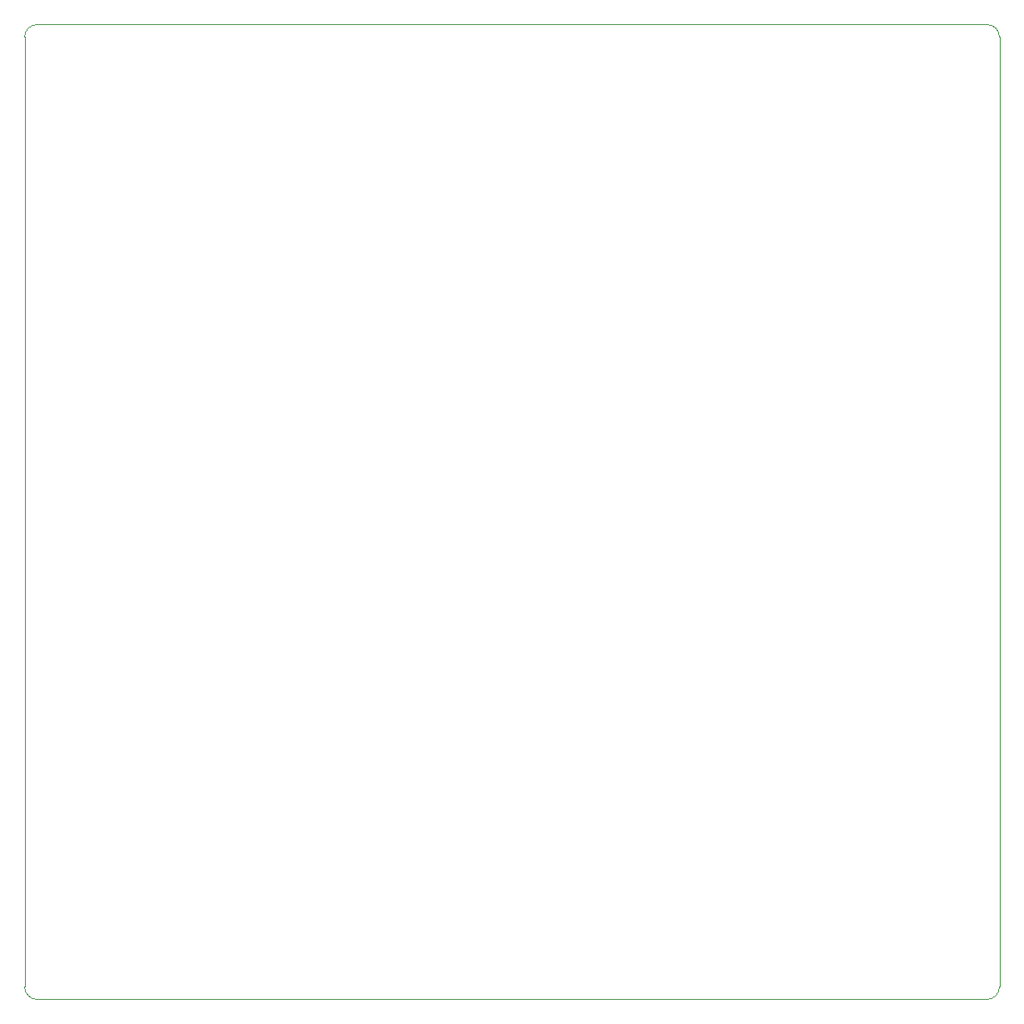
<source format=gbr>
%TF.GenerationSoftware,KiCad,Pcbnew,(5.1.8)-1*%
%TF.CreationDate,2023-02-18T12:42:29+03:00*%
%TF.ProjectId,MUX8x1-v5,4d555838-7831-42d7-9635-2e6b69636164,rev?*%
%TF.SameCoordinates,Original*%
%TF.FileFunction,Profile,NP*%
%FSLAX46Y46*%
G04 Gerber Fmt 4.6, Leading zero omitted, Abs format (unit mm)*
G04 Created by KiCad (PCBNEW (5.1.8)-1) date 2023-02-18 12:42:29*
%MOMM*%
%LPD*%
G01*
G04 APERTURE LIST*
%TA.AperFunction,Profile*%
%ADD10C,0.050000*%
%TD*%
G04 APERTURE END LIST*
D10*
X154940000Y-135890000D02*
G75*
G02*
X153670000Y-137160000I-1270000J0D01*
G01*
X57150000Y-137160000D02*
G75*
G02*
X55880000Y-135890000I0J1270000D01*
G01*
X55880000Y-39370000D02*
G75*
G02*
X57150000Y-38100000I1270000J0D01*
G01*
X153670000Y-38100000D02*
G75*
G02*
X154940000Y-39370000I0J-1270000D01*
G01*
X55880000Y-135890000D02*
X55880000Y-39370000D01*
X153670000Y-137160000D02*
X57150000Y-137160000D01*
X154940000Y-39370000D02*
X154940000Y-135890000D01*
X57150000Y-38100000D02*
X153670000Y-38100000D01*
M02*

</source>
